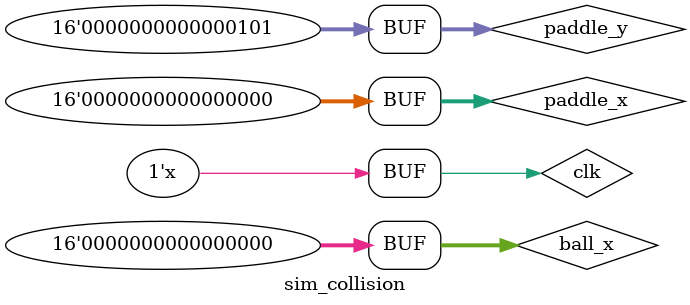
<source format=sv>
`timescale 1ns / 1ps


module sim_collision ();

  reg [15:0] test_x;
  reg [15:0] test_y;
  reg [15:0] delta_x;
  reg [15:0] delta_y;
  reg [15:0] delta_x_abs;
  reg [15:0] delta_y_abs;

  // Takes in a circle and rectangle position and size, and outputs where they are colliding, if at all.
  function automatic [3:0] rect_circle_collision(input [15:0] circle_x, circle_y, circle_radius_sqd,
                                                 rect_x, rect_y, rect_width, rect_height);
    begin

      // Calculate the test point, which is a point on the rectangle closest to the circle.

      if (circle_x < rect_x) test_x = rect_x;  // left edge
      else if (circle_x > rect_x + rect_width) test_x = rect_x + rect_width;  // right edge
      else test_x = circle_x;

      if (circle_y < rect_y) test_y = rect_y;  // top edge
      else if (circle_y > rect_y + rect_height) test_y = rect_y + rect_height;  // bottom edge
      else test_y = circle_y;

      // calculate distance vector
      delta_x = circle_x - test_x;
      delta_y = circle_y - test_y;

      // take abs
      if (delta_x[15] == 1'b1) delta_x_abs = -delta_x;
      else delta_x_abs = delta_x;
      if (delta_y[15] == 1'b1) delta_y_abs = -delta_y;
      else delta_y_abs = delta_y;

      if (((delta_x_abs * delta_x_abs) + (delta_y_abs * delta_y_abs)) < circle_radius_sqd) begin
        // collision occured
        if (circle_x < rect_x) rect_circle_collision[0] = 1;  // left edge of rect
        else rect_circle_collision[0] = 0;
        if (circle_x > rect_x + rect_width) rect_circle_collision[1] = 1;  // right edge of rect
        else rect_circle_collision[1] = 0;
        if (circle_y < rect_y) rect_circle_collision[2] = 1;  // top edge of rect
        else rect_circle_collision[2] = 0;
        if (circle_y > rect_y + rect_height) rect_circle_collision[3] = 1;  // bottom edge of rect
        else rect_circle_collision[3] = 0;
      end else rect_circle_collision = 0;

    end
  endfunction

  parameter 
              
              PADDLE_WIDTH = 10,
              PADDLE_HEIGHT = 5,
              
              BALL_RADIUS = 2,
              BALL_RADIUS_SQD = BALL_RADIUS*BALL_RADIUS;

  reg [15:0] ball_x = 0;
  reg [15:0] ball_y = 0;
  reg [15:0] paddle_x = 0;
  reg [15:0] paddle_y = 5;


  reg [3:0] ball_collision;

  reg clk;

  initial begin
    #1 clk = 0;
    #1 ball_collision = 0;
  end

  always begin
    #1 clk = ~clk;
  end

  always @(posedge clk) begin

    ball_collision <= rect_circle_collision(
        ball_x, ball_y, BALL_RADIUS_SQD, paddle_x, paddle_y, PADDLE_WIDTH, PADDLE_HEIGHT
    );

    ball_y <= ball_y + 1;
  end

endmodule

</source>
